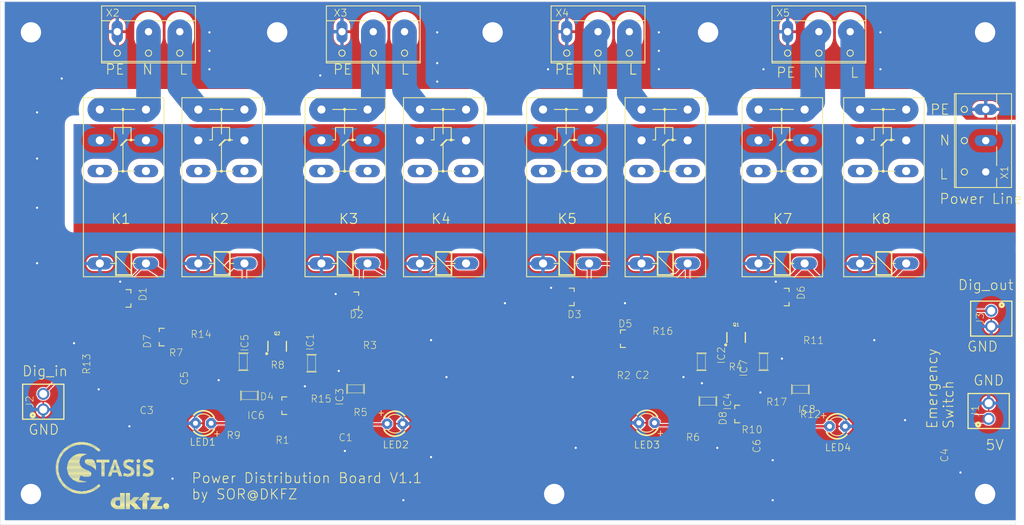
<source format=kicad_pcb>
(kicad_pcb (version 20240108) (generator "pcbnew") (generator_version "8.0")
  (layers (0 "F.Cu" signal) (31 "B.Cu" signal) (34 "B.Paste" user) (35 "F.Paste" user) (36 "B.SilkS" user "B.Silkscreen") (37 "F.SilkS" user "F.Silkscreen") (38 "B.Mask" user) (39 "F.Mask" user) (44 "Edge.Cuts" user))
  (net 0 "")
  (net 1 "GND")
  (net 2 "VCC")
  (net 3 "L")
  (net 4 "N")
  (net 5 "N$1")
  (net 6 "N$2")
  (net 7 "N$3")
  (net 8 "N$4")
  (net 9 "N$5")
  (net 10 "N$6")
  (net 11 "VDELAY1")
  (net 12 "VDELAY2")
  (net 13 "N$7")
  (net 14 "N$9")
  (net 15 "N$10")
  (net 16 "N$8")
  (net 17 "N$11")
  (net 18 "N$12")
  (net 19 "N$13")
  (net 20 "N$14")
  (net 21 "N$15")
  (net 22 "N$16")
  (net 23 "VDELAY0")
  (net 24 "VDELAY3")
  (net 25 "N$17")
  (net 26 "N$18")
  (net 27 "N$19")
  (net 28 "N$20")
  (net 29 "N$21")
  (net 30 "N$22")
  (net 31 "N$23")
  (net 32 "N$24")
  (net 33 "DIG_IN")
  (net 34 "N$25")
  (net 35 "N$26")
  (net 36 "N$27")
  (net 37 "N$28")
  (footprint "Power_Distribution_V1.1:SOT23-5_87" (layer "F.Cu") (at 123.7311 125.4236 180)
    (property "Reference" "IC3")
    (property "Value" "74LVC1G14DBV")
  )
  (footprint "Power_Distribution_V1.1:SOT23-5_87" (layer "F.Cu") (at 196.0011 125.5036 180)
    (property "Reference" "IC8")
    (property "Value" "74LVC1G14DBV")
  )
  (footprint "Power_Distribution_V1.1:R0805_334" (layer "F.Cu") (at 197.0011 119.5036)
    (property "Reference" "R11")
    (property "Value" "47k")
  )
  (footprint "Power_Distribution_V1.1:W237-3E_196" (layer "F.Cu") (at 126.6111 68.0336 180)
    (property "Reference" "X3")
    (property "Value" "")
  )
  (footprint "Power_Distribution_V1.1:SOT23_210" (layer "F.Cu") (at 186.0011 129.5036 90)
    (property "Reference" "D8")
    (property "Value" "BAT54")
  )
  (footprint "Power_Distribution_V1.1:W237-3E_196" (layer "F.Cu") (at 163.1211 68.0336 180)
    (property "Reference" "X4")
    (property "Value" "")
  )
  (footprint "Power_Distribution_V1.1:LED3MM_420" (layer "F.Cu") (at 171.0311 130.9336 180)
    (property "Reference" "LED3")
    (property "Value" "")
  )
  (footprint "Power_Distribution_V1.1:R0805_334" (layer "F.Cu") (at 184.9111 123.8036)
    (property "Reference" "R4")
    (property "Value" "47k")
  )
  (footprint "Power_Distribution_V1.1:W237-3E_196" (layer "F.Cu") (at 225.4711 85.0936 90)
    (property "Reference" "X1")
    (property "Value" "")
  )
  (footprint "Power_Distribution_V1.1:G2RE_339" (layer "F.Cu") (at 138.0011 102.5036 90)
    (property "Reference" "K4")
    (property "Value" "G2RE")
  )
  (footprint "Power_Distribution_V1.1:W237-3E_196" (layer "F.Cu") (at 199.0011 68.0336 180)
    (property "Reference" "X5")
    (property "Value" "")
  )
  (footprint "Power_Distribution_V1.1:R0805_334" (layer "F.Cu") (at 167.2211 121.1936)
    (property "Reference" "R2")
    (property "Value" "47k")
  )
  (footprint "Power_Distribution_V1.1:R0805_334" (layer "F.Cu") (at 125.4911 120.3036)
    (property "Reference" "R3")
    (property "Value" "47k")
  )
  (footprint "Power_Distribution_V1.1:SOT23-5_87" (layer "F.Cu") (at 105.5011 121.0036 -90)
    (property "Reference" "IC5")
    (property "Value" "74LVC1G14DBV")
  )
  (footprint "Power_Distribution_V1.1:SOT23-5_87" (layer "F.Cu") (at 106.5011 126.5036 180)
    (property "Reference" "IC6")
    (property "Value" "74LVC1G14DBV")
  )
  (footprint "Power_Distribution_V1.1:SOT23_210" (layer "F.Cu") (at 92.5011 117.0036 90)
    (property "Reference" "D7")
    (property "Value" "BAT54")
  )
  (footprint "Power_Distribution_V1.1:SOT23-5_87" (layer "F.Cu") (at 190.0011 121.0036 90)
    (property "Reference" "IC7")
    (property "Value" "74LVC1G14DBV")
  )
  (footprint "Power_Distribution_V1.1:SOT23_210" (layer "F.Cu") (at 86.5811 110.7236 -90)
    (property "Reference" "D1")
    (property "Value" "BAT54")
  )
  (footprint "Power_Distribution_V1.1:G2RE_339" (layer "F.Cu") (at 209.5011 102.5036 90)
    (property "Reference" "K8")
    (property "Value" "G2RE")
  )
  (footprint "Power_Distribution_V1.1:SOT23_210" (layer "F.Cu") (at 193.5011 110.5036 -90)
    (property "Reference" "D6")
    (property "Value" "BAT54")
  )
  (footprint "Power_Distribution_V1.1:SOT26_514" (layer "F.Cu") (at 111.0011 118.5036)
    (property "Reference" "Q2")
    (property "Value" "2A/20V/150mΩ")
  )
  (footprint "Power_Distribution_V1.1:G2RE_339" (layer "F.Cu") (at 102.0011 102.5036 90)
    (property "Reference" "K2")
    (property "Value" "G2RE")
  )
  (footprint "Power_Distribution_V1.1:C1210_334" (layer "F.Cu") (at 191.5011 134.0036 90)
    (property "Reference" "C6")
    (property "Value" "100µF")
  )
  (footprint "Power_Distribution_V1.1:R0805_334" (layer "F.Cu") (at 179.1211 131.3136 180)
    (property "Reference" "R6")
    (property "Value" "180")
  )
  (footprint "Power_Distribution_V1.1:SOT23-5_87" (layer "F.Cu") (at 116.5811 121.2536 90)
    (property "Reference" "IC1")
    (property "Value" "74LVC1G14DBV")
  )
  (footprint "Power_Distribution_V1.1:G2RE_339" (layer "F.Cu") (at 158.0011 102.5036 90)
    (property "Reference" "K5")
    (property "Value" "G2RE")
  )
  (footprint "Power_Distribution_V1.1:LED3MM_420" (layer "F.Cu") (at 130.1311 131.0736)
    (property "Reference" "LED2")
    (property "Value" "")
  )
  (footprint "Power_Distribution_V1.1:LOGO_STASIS" (layer "F.Cu") (at 84.0011 138.5036)
    (property "Reference" "U$1" (hide yes))
    (property "Value" "" (hide yes))
  )
  (footprint "Power_Distribution_V1.1:R0805_334" (layer "F.Cu") (at 94.0011 121.5036)
    (property "Reference" "R7")
    (property "Value" "47k")
  )
  (footprint "Power_Distribution_V1.1:691210910002_16280519" (layer "F.Cu") (at 73.0011 127.5036 90)
    (property "Reference" "J2")
    (property "Value" "DIG_IN")
  )
  (footprint "Power_Distribution_V1.1:R0805_334" (layer "F.Cu") (at 196.5011 131.5036)
    (property "Reference" "R12")
    (property "Value" "180")
  )
  (footprint "Power_Distribution_V1.1:C1210_334" (layer "F.Cu") (at 98.5011 123.0036 90)
    (property "Reference" "C5")
    (property "Value" "100µF")
  )
  (footprint "Power_Distribution_V1.1:SOT23_210" (layer "F.Cu") (at 167.4211 117.2636 90)
    (property "Reference" "D5")
    (property "Value" "BAT54")
  )
  (footprint "Power_Distribution_V1.1:R0805_334" (layer "F.Cu") (at 82.0011 122.5036 90)
    (property "Reference" "R13")
    (property "Value" "47k")
  )
  (footprint "Power_Distribution_V1.1:C1210_334" (layer "F.Cu") (at 173.4211 122.6136 90)
    (property "Reference" "C2")
    (property "Value" "100µF")
  )
  (footprint "Power_Distribution_V1.1:R0805_334" (layer "F.Cu") (at 172.5011 118.0036)
    (property "Reference" "R16")
    (property "Value" "470")
  )
  (footprint "Power_Distribution_V1.1:SOT23-5_87" (layer "F.Cu") (at 179.9211 121.0136 -90)
    (property "Reference" "IC2")
    (property "Value" "74LVC1G14DBV")
  )
  (footprint "Power_Distribution_V1.1:SOT23-5_87" (layer "F.Cu") (at 180.9711 127.4236 180)
    (property "Reference" "IC4")
    (property "Value" "74LVC1G14DBV")
  )
  (footprint "Power_Distribution_V1.1:C1210_334" (layer "F.Cu") (at 222.0011 135.5036 90)
    (property "Reference" "C4")
    (property "Value" "100µF")
  )
  (footprint "Power_Distribution_V1.1:W237-3E_196" (layer "F.Cu") (at 90.1011 68.0336 180)
    (property "Reference" "X2")
    (property "Value" "")
  )
  (footprint "Power_Distribution_V1.1:LOGO_DKFZ" (layer "F.Cu") (at 84.0011 145.0036)
    (property "Reference" "U$2" (hide yes))
    (property "Value" "" (hide yes))
  )
  (footprint "Power_Distribution_V1.1:R0805_334" (layer "F.Cu") (at 112.3011 131.6936)
    (property "Reference" "R1")
    (property "Value" "47k")
  )
  (footprint "Power_Distribution_V1.1:C1210_334" (layer "F.Cu") (at 90.5011 131.5036)
    (property "Reference" "C3")
    (property "Value" "1µF")
  )
  (footprint "Power_Distribution_V1.1:R0805_334" (layer "F.Cu") (at 117.0011 129.0036)
    (property "Reference" "R15")
    (property "Value" "470")
  )
  (footprint "Power_Distribution_V1.1:R0805_334" (layer "F.Cu") (at 104.5011 131.0036 180)
    (property "Reference" "R9")
    (property "Value" "180")
  )
  (footprint "Power_Distribution_V1.1:691210910002_16280519" (layer "F.Cu") (at 227.0011 114.0036 -90)
    (property "Reference" "J3")
    (property "Value" "DIG_IN")
  )
  (footprint "Power_Distribution_V1.1:LED3MM_420" (layer "F.Cu") (at 99.0011 131.0036 180)
    (property "Reference" "LED1")
    (property "Value" "")
  )
  (footprint "Power_Distribution_V1.1:G2RE_339" (layer "F.Cu") (at 122.0011 102.5036 90)
    (property "Reference" "K3")
    (property "Value" "G2RE")
  )
  (footprint "Power_Distribution_V1.1:691210910002_16280519" (layer "F.Cu") (at 226.5811 129.0136 90)
    (property "Reference" "J1")
    (property "Value" "5V_IN")
  )
  (footprint "Power_Distribution_V1.1:LED3MM_420" (layer "F.Cu") (at 202.0011 131.5036)
    (property "Reference" "LED4")
    (property "Value" "")
  )
  (footprint "Power_Distribution_V1.1:R0805_334" (layer "F.Cu") (at 191.0011 129.5036)
    (property "Reference" "R17")
    (property "Value" "470")
  )
  (footprint "Power_Distribution_V1.1:R0805_334" (layer "F.Cu") (at 110.5011 123.5036)
    (property "Reference" "R8")
    (property "Value" "47k")
  )
  (footprint "Power_Distribution_V1.1:SOT26_514" (layer "F.Cu") (at 185.5611 117.0736)
    (property "Reference" "Q1")
    (property "Value" "2A/20V/150mΩ")
  )
  (footprint "Power_Distribution_V1.1:SOT23_210" (layer "F.Cu") (at 123.5811 111.1036 -90)
    (property "Reference" "D2")
    (property "Value" "BAT54")
  )
  (footprint "Power_Distribution_V1.1:SOT23_210" (layer "F.Cu") (at 112.4211 128.1436 90)
    (property "Reference" "D4")
    (property "Value" "BAT54")
  )
  (footprint "Power_Distribution_V1.1:G2RE_339" (layer "F.Cu") (at 86.0011 102.5036 90)
    (property "Reference" "K1")
    (property "Value" "G2RE")
  )
  (footprint "Power_Distribution_V1.1:R0805_334" (layer "F.Cu") (at 187.0011 134.0036)
    (property "Reference" "R10")
    (property "Value" "47k")
  )
  (footprint "Power_Distribution_V1.1:R0805_334" (layer "F.Cu") (at 123.9611 131.1936)
    (property "Reference" "R5")
    (property "Value" "180")
  )
  (footprint "Power_Distribution_V1.1:R0805_334" (layer "F.Cu") (at 97.5011 118.5036)
    (property "Reference" "R14")
    (property "Value" "470")
  )
  (footprint "Power_Distribution_V1.1:G2RE_339" (layer "F.Cu") (at 193.0011 102.5036 90)
    (property "Reference" "K7")
    (property "Value" "G2RE")
  )
  (footprint "Power_Distribution_V1.1:C1210_334" (layer "F.Cu") (at 118.9211 134.1936 90)
    (property "Reference" "C1")
    (property "Value" "100µF")
  )
  (footprint "Power_Distribution_V1.1:G2RE_339" (layer "F.Cu") (at 174.0011 102.5036 90)
    (property "Reference" "K6")
    (property "Value" "G2RE")
  )
  (footprint "Power_Distribution_V1.1:SOT23_210" (layer "F.Cu") (at 158.5811 110.4836 -90)
    (property "Reference" "D3")
    (property "Value" "BAT54")
  )
  (gr_line (start 231.0011 147.5036) (end 231.0011 62.5036) (stroke (width 0.05)) (layer "Edge.Cuts"))
  (gr_line (start 66.0011 147.5036) (end 231.0011 147.5036) (stroke (width 0.05)) (layer "Edge.Cuts"))
  (gr_line (start 66.0011 62.5036) (end 66.0011 147.5036) (stroke (width 0.05)) (layer "Edge.Cuts"))
  (gr_line (start 231.0011 62.5036) (end 66.0011 62.5036) (stroke (width 0.05)) (layer "Edge.Cuts"))
  (gr_text "PE" (at 120.0011 74.5036 0) (layer "F.SilkS") (effects (font (size 1.63576 1.63576) (thickness 0.14224)) (justify left bottom)))
  (gr_text "L" (at 168.0011 74.5036 0) (layer "F.SilkS") (effects (font (size 1.63576 1.63576) (thickness 0.14224)) (justify left bottom)))
  (gr_text "GND" (at 223.0011 119.5036 0) (layer "F.SilkS") (effects (font (size 1.63576 1.63576) (thickness 0.14224)) (justify left bottom)))
  (gr_text "L" (at 131.0011 74.5036 0) (layer "F.SilkS") (effects (font (size 1.63576 1.63576) (thickness 0.14224)) (justify left bottom)))
  (gr_text "PE" (at 156.0011 74.5036 0) (layer "F.SilkS") (effects (font (size 1.63576 1.63576) (thickness 0.14224)) (justify left bottom)))
  (gr_text "N" (at 126.0011 74.5036 0) (layer "F.SilkS") (effects (font (size 1.63576 1.63576) (thickness 0.14224)) (justify left bottom)))
  (gr_text "N" (at 198.0011 75.0036 0) (layer "F.SilkS") (effects (font (size 1.63576 1.63576) (thickness 0.14224)) (justify left bottom)))
  (gr_text "PE" (at 83.0011 74.5036 0) (layer "F.SilkS") (effects (font (size 1.63576 1.63576) (thickness 0.14224)) (justify left bottom)))
  (gr_text "GND" (at 224.0011 125.0036 0) (layer "F.SilkS") (effects (font (size 1.63576 1.63576) (thickness 0.14224)) (justify left bottom)))
  (gr_text "PE" (at 192.0011 75.0036 0) (layer "F.SilkS") (effects (font (size 1.63576 1.63576) (thickness 0.14224)) (justify left bottom)))
  (gr_text "Power Distribution Board V1.1\nby SOR@DKFZ" (at 97.0011 143.5036 0) (layer "F.SilkS") (effects (font (size 1.63576 1.63576) (thickness 0.14224)) (justify left bottom)))
  (gr_text "L" (at 168.0011 74.5036 0) (layer "F.SilkS") (effects (font (size 1.63576 1.63576) (thickness 0.14224)) (justify left bottom)))
  (gr_text "L" (at 204.0011 75.0036 0) (layer "F.SilkS") (effects (font (size 1.63576 1.63576) (thickness 0.14224)) (justify left bottom)))
  (gr_text "N" (at 218.5011 86.0036 0) (layer "F.SilkS") (effects (font (size 1.63576 1.63576) (thickness 0.14224)) (justify left bottom)))
  (gr_text "N" (at 89.0011 74.5036 0) (layer "F.SilkS") (effects (font (size 1.63576 1.63576) (thickness 0.14224)) (justify left bottom)))
  (gr_text "5V" (at 226.0011 135.5036 0) (layer "F.SilkS") (effects (font (size 1.63576 1.63576) (thickness 0.14224)) (justify left bottom)))
  (gr_text "L" (at 218.5011 91.5036 0) (layer "F.SilkS") (effects (font (size 1.63576 1.63576) (thickness 0.14224)) (justify left bottom)))
  (gr_text "GND" (at 70.5011 133.0036 0) (layer "F.SilkS") (effects (font (size 1.63576 1.63576) (thickness 0.14224)) (justify left bottom)))
  (gr_text "Emergency \nSwitch" (at 221.0011 132.0036 90) (layer "F.SilkS") (effects (font (size 1.63576 1.63576) (thickness 0.14224)) (justify left bottom)))
  (gr_text "Dig_in" (at 69.5011 123.5036 0) (layer "F.SilkS") (effects (font (size 1.63576 1.63576) (thickness 0.14224)) (justify left bottom)))
  (gr_text "N" (at 162.0011 74.5036 0) (layer "F.SilkS") (effects (font (size 1.63576 1.63576) (thickness 0.14224)) (justify left bottom)))
  (gr_text "L" (at 95.0011 74.5036 0) (layer "F.SilkS") (effects (font (size 1.63576 1.63576) (thickness 0.14224)) (justify left bottom)))
  (gr_text "Dig_out" (at 221.5011 109.5036 0) (layer "F.SilkS") (effects (font (size 1.63576 1.63576) (thickness 0.14224)) (justify left bottom)))
  (gr_text "PE" (at 217.0011 81.0036 0) (layer "F.SilkS") (effects (font (size 1.63576 1.63576) (thickness 0.14224)) (justify left bottom)))
  (gr_text "Power Line" (at 218.5011 95.5036 0) (layer "F.SilkS") (effects (font (size 1.63576 1.63576) (thickness 0.14224)) (justify left bottom)))
  (via (at 137.0011 72.5036) (size 0.7564) (drill 0.35) (layers "F.Cu" "B.Cu") (net 1))
  (via (at 138.5011 123.5036) (size 0.7564) (drill 0.35) (layers "F.Cu" "B.Cu") (net 1))
  (via (at 82.0011 125.5036) (size 0.7564) (drill 0.35) (layers "F.Cu" "B.Cu") (net 1))
  (via (at 76.0011 75.0036) (size 0.7564) (drill 0.35) (layers "F.Cu" "B.Cu") (net 1))
  (via (at 190.0011 73.5036) (size 0.7564) (drill 0.35) (layers "F.Cu" "B.Cu") (net 1))
  (via (at 182.5011 135.0036) (size 0.7564) (drill 0.35) (layers "F.Cu" "B.Cu") (net 1))
  (via (at 78.0011 118.0036) (size 0.7564) (drill 0.35) (layers "F.Cu" "B.Cu") (net 1))
  (via (at 193.0011 120.5036) (size 0.7564) (drill 0.35) (layers "F.Cu" "B.Cu") (net 1))
  (via (at 100.0011 70.5036) (size 0.7564) (drill 0.35) (layers "F.Cu" "B.Cu") (net 1))
  (via (at 209.0011 73.5036) (size 0.7564) (drill 0.35) (layers "F.Cu" "B.Cu") (net 1))
  (via (at 177.0011 123.5036) (size 0.7564) (drill 0.35) (layers "F.Cu" "B.Cu") (net 1))
  (via (at 146.0011 67.5036) (size 3.7064) (drill 3.3) (layers "F.Cu" "B.Cu") (net 1))
  (via (at 213.0011 130.5036) (size 0.7564) (drill 0.35) (layers "F.Cu" "B.Cu") (net 1))
  (via (at 115.5011 125.0036) (size 0.7564) (drill 0.35) (layers "F.Cu" "B.Cu") (net 1))
  (via (at 122.0011 135.5036) (size 0.7564) (drill 0.35) (layers "F.Cu" "B.Cu") (net 1))
  (via (at 155.0011 73.5036) (size 0.7564) (drill 0.35) (layers "F.Cu" "B.Cu") (net 1))
  (via (at 87.0011 131.5036) (size 0.7564) (drill 0.35) (layers "F.Cu" "B.Cu") (net 1))
  (via (at 226.0011 142.5036) (size 3.7064) (drill 3.3) (layers "F.Cu" "B.Cu") (net 1))
  (via (at 155.5011 109.0036) (size 0.7564) (drill 0.35) (layers "F.Cu" "B.Cu") (net 1))
  (via (at 121.0011 122.5036) (size 0.7564) (drill 0.35) (layers "F.Cu" "B.Cu") (net 1))
  (via (at 222.0011 139.0036) (size 0.7564) (drill 0.35) (layers "F.Cu" "B.Cu") (net 1))
  (via (at 94.0011 140.0036) (size 0.7564) (drill 0.35) (layers "F.Cu" "B.Cu") (net 1))
  (via (at 72.0011 105.0036) (size 0.7564) (drill 0.35) (layers "F.Cu" "B.Cu") (net 1))
  (via (at 189.5011 126.0036) (size 0.7564) (drill 0.35) (layers "F.Cu" "B.Cu") (net 1))
  (via (at 181.0011 67.5036) (size 3.7064) (drill 3.3) (layers "F.Cu" "B.Cu") (net 1))
  (via (at 137.0011 75.5036) (size 0.7564) (drill 0.35) (layers "F.Cu" "B.Cu") (net 1))
  (via (at 118.0011 74.5036) (size 0.7564) (drill 0.35) (layers "F.Cu" "B.Cu") (net 1))
  (via (at 148.0011 111.5036) (size 0.7564) (drill 0.35) (layers "F.Cu" "B.Cu") (net 1))
  (via (at 173.0011 73.5036) (size 0.7564) (drill 0.35) (layers "F.Cu" "B.Cu") (net 1))
  (via (at 159.5011 135.0036) (size 0.7564) (drill 0.35) (layers "F.Cu" "B.Cu") (net 1))
  (via (at 180.0011 124.5036) (size 0.7564) (drill 0.35) (layers "F.Cu" "B.Cu") (net 1))
  (via (at 71.0011 67.5036) (size 3.7064) (drill 3.3) (layers "F.Cu" "B.Cu") (net 1))
  (via (at 72.0011 80.5036) (size 0.7564) (drill 0.35) (layers "F.Cu" "B.Cu") (net 1))
  (via (at 209.0011 67.5036) (size 0.7564) (drill 0.35) (layers "F.Cu" "B.Cu") (net 1))
  (via (at 159.0011 123.5036) (size 0.7564) (drill 0.35) (layers "F.Cu" "B.Cu") (net 1))
  (via (at 173.0011 70.5036) (size 0.7564) (drill 0.35) (layers "F.Cu" "B.Cu") (net 1))
  (via (at 101.5011 124.0036) (size 0.7564) (drill 0.35) (layers "F.Cu" "B.Cu") (net 1))
  (via (at 85.5011 108.0036) (size 0.7564) (drill 0.35) (layers "F.Cu" "B.Cu") (net 1))
  (via (at 137.0011 67.5036) (size 0.7564) (drill 0.35) (layers "F.Cu" "B.Cu") (net 1))
  (via (at 136.0011 136.5036) (size 0.7564) (drill 0.35) (layers "F.Cu" "B.Cu") (net 1))
  (via (at 192.0011 108.0036) (size 0.7564) (drill 0.35) (layers "F.Cu" "B.Cu") (net 1))
  (via (at 72.0011 88.0036) (size 0.7564) (drill 0.35) (layers "F.Cu" "B.Cu") (net 1))
  (via (at 111.0011 67.5036) (size 3.7064) (drill 3.3) (layers "F.Cu" "B.Cu") (net 1))
  (via (at 191.5011 143.5036) (size 0.7564) (drill 0.35) (layers "F.Cu" "B.Cu") (net 1))
  (via (at 72.0011 96.0036) (size 0.7564) (drill 0.35) (layers "F.Cu" "B.Cu") (net 1))
  (via (at 71.0011 142.5036) (size 3.7064) (drill 3.3) (layers "F.Cu" "B.Cu") (net 1))
  (via (at 100.0011 73.5036) (size 0.7564) (drill 0.35) (layers "F.Cu" "B.Cu") (net 1))
  (via (at 136.0011 117.5036) (size 0.7564) (drill 0.35) (layers "F.Cu" "B.Cu") (net 1))
  (via (at 191.5011 137.0036) (size 0.7564) (drill 0.35) (layers "F.Cu" "B.Cu") (net 1))
  (via (at 167.5011 111.5036) (size 0.7564) (drill 0.35) (layers "F.Cu" "B.Cu") (net 1))
  (via (at 173.0011 67.5036) (size 0.7564) (drill 0.35) (layers "F.Cu" "B.Cu") (net 1))
  (via (at 100.0011 67.5036) (size 0.7564) (drill 0.35) (layers "F.Cu" "B.Cu") (net 1))
  (via (at 208.0011 117.5036) (size 0.7564) (drill 0.35) (layers "F.Cu" "B.Cu") (net 1))
  (via (at 120.5011 110.0036) (size 0.7564) (drill 0.35) (layers "F.Cu" "B.Cu") (net 1))
  (via (at 131.5011 143.5036) (size 0.7564) (drill 0.35) (layers "F.Cu" "B.Cu") (net 1))
  (via (at 156.0011 142.5036) (size 3.7064) (drill 3.3) (layers "F.Cu" "B.Cu") (net 1))
  (via (at 226.0011 67.5036) (size 3.7064) (drill 3.3) (layers "F.Cu" "B.Cu") (net 1))
  (segment (start 126.4411 120.3036) (end 126.4411 124.9636) (width 0.508) (layer "F.Cu") (net 2))
  (segment (start 185.8611 124.7836) (end 185.8611 123.8036) (width 0.4064) (layer "F.Cu") (net 2))
  (segment (start 107.0011 126.5036) (end 110.0011 126.5036) (width 0.508) (layer "F.Cu") (net 2))
  (segment (start 111.0011 119.7036) (end 111.0011 117.3036) (width 0.508) (layer "F.Cu") (net 2))
  (segment (start 99.5011 138.5036) (end 123.5011 138.5036) (width 1.27) (layer "F.Cu") (net 2))
  (segment (start 168.5011 126.5036) (end 166.5011 128.5036) (width 1.016) (layer "F.Cu") (net 2))
  (segment (start 181.9211 128.7236) (end 185.8611 124.7836) (width 0.4064) (layer "F.Cu") (net 2))
  (segment (start 181.2211 119.2836) (end 183.5011 117.0036) (width 0.4064) (layer "F.Cu") (net 2))
  (segment (start 181.9211 128.7236) (end 180.7011 127.5036) (width 0.4064) (layer "F.Cu") (net 2))
  (segment (start 104.0011 124.0036) (end 105.5011 122.5036) (width 0.4064) (layer "F.Cu") (net 2))
  (segment (start 195.6511 125.5036) (end 193.5011 125.5036) (width 0.508) (layer "F.Cu") (net 2))
  (segment (start 111.2697 119.9722) (end 111.2697 120.271938) (width 0.508) (layer "F.Cu") (net 2))
  (segment (start 94.5011 129.5036) (end 94.5011 131.5036) (width 1.016) (layer "F.Cu") (net 2))
  (segment (start 111.2697 120.271938) (end 111.4511 120.453338) (width 0.508) (layer "F.Cu") (net 2))
  (segment (start 96.5011 127.5036) (end 94.5011 129.5036) (width 0.6096) (layer "F.Cu") (net 2))
  (segment (start 178.0011 127.5036) (end 178.0011 126.5036) (width 0.4064) (layer "F.Cu") (net 2))
  (segment (start 105.5011 122.5036) (end 105.5011 120.5036) (width 0.4064) (layer "F.Cu") (net 2))
  (segment (start 180.4411 120.0636) (end 181.2211 120.0636) (width 0.4064) (layer "F.Cu") (net 2))
  (segment (start 185.5611 117.0036) (end 185.5611 115.8736) (width 0.4064) (layer "F.Cu") (net 2))
  (segment (start 185.5611 118.8136) (end 185.5611 118.2736) (width 0.4064) (layer "F.Cu") (net 2))
  (segment (start 120.5011 131.0036) (end 123.5011 134.0036) (width 0.508) (layer "F.Cu") (net 2))
  (segment (start 94.5011 131.5036) (end 94.5011 133.5036) (width 1.016) (layer "F.Cu") (net 2))
  (segment (start 180.0011 123.0036) (end 180.0011 120.5036) (width 0.4064) (layer "F.Cu") (net 2))
  (segment (start 178.0011 126.5036) (end 178.0011 124.5036) (width 0.4064) (layer "F.Cu") (net 2))
  (segment (start 214.5011 135.5036) (end 211.5011 138.5036) (width 1.27) (layer "F.Cu") (net 2))
  (segment (start 197.2011 126.8036) (end 196.9511 126.8036) (width 0.508) (layer "F.Cu") (net 2))
  (segment (start 104.5011 126.5036) (end 104.0011 126.0036) (width 0.4064) (layer "F.Cu") (net 2))
  (segment (start 183.5011 117.0036) (end 185.5611 117.0036) (width 0.4064) (layer "F.Cu") (net 2))
  (segment (start 186.8511 123.8036) (end 185.8611 123.8036) (width 0.4064) (layer "F.Cu") (net 2))
  (segment (start 180.7011 127.5036) (end 178.0011 127.5036) (width 0.4064) (layer "F.Cu") (net 2))
  (segment (start 211.5011 138.5036) (end 193.5011 138.5036) (width 1.27) (layer "F.Cu") (net 2))
  (segment (start 110.0011 126.5036) (end 111.5011 125.0036) (width 0.508) (layer "F.Cu") (net 2))
  (segment (start 123.5011 137.0036) (end 123.5011 134.0036) (width 0.508) (layer "F.Cu") (net 2))
  (segment (start 180.0011 120.5036) (end 180.4411 120.0636) (width 0.4064) (layer "F.Cu") (net 2))
  (segment (start 120.5011 125.5036) (end 120.5011 131.0036) (width 0.508) (layer "F.Cu") (net 2))
  (segment (start 107.0011 127.3536) (end 107.0011 126.5036) (width 0.4064) (layer "F.Cu") (net 2))
  (segment (start 91.9011 131.5036) (end 94.5011 131.5036) (width 1.27) (layer "F.Cu") (net 2))
  (segment (start 214.4211 135.5036) (end 214.5011 135.5036) (width 0.4064) (layer "F.Cu") (net 2))
  (segment (start 123.5011 138.5036) (end 123.5011 137.0036) (width 0.6096) (layer "F.Cu") (net 2))
  (segment (start 179.5011 123.0036) (end 180.0011 123.0036) (width 0.4064) (layer "F.Cu") (net 2))
  (segment (start 226.5811 130.2836) (end 222.0011 130.2836) (width 1.27) (layer "F.Cu") (net 2))
  (segment (start 99.5011 127.5036) (end 96.5011 127.5036) (width 0.6096) (layer "F.Cu") (net 2))
  (segment (start 112.7511 122.2036) (end 111.4511 123.5036) (width 0.508) (layer "F.Cu") (net 2))
  (segment (start 199.0011 120.5536) (end 199.0011 125.0036) (width 0.508) (layer "F.Cu") (net 2))
  (segment (start 222.0011 134.1036) (end 222.0011 130.2836) (width 1.016) (layer "F.Cu") (net 2))
  (segment (start 104.5011 126.5036) (end 107.0011 126.5036) (width 0.4064) (layer "F.Cu") (net 2))
  (segment (start 105.5011 120.5036) (end 105.9511 120.0536) (width 0.4064) (layer "F.Cu") (net 2))
  (segment (start 115.2811 122.2036) (end 112.7511 122.2036) (width 0.508) (layer "F.Cu") (net 2))
  (segment (start 188.7011 121.9536) (end 186.8511 123.8036) (width 0.4064) (layer "F.Cu") (net 2))
  (segment (start 185.5611 118.2736) (end 185.5611 117.0036) (width 0.4064) (layer "F.Cu") (net 2))
  (segment (start 111.0011 119.7036) (end 111.2697 119.9722) (width 0.508) (layer "F.Cu") (net 2))
  (segment (start 188.7011 121.9536) (end 185.5611 118.8136) (width 0.4064) (layer "F.Cu") (net 2))
  (segment (start 214.5011 135.5036) (end 219.7211 130.2836) (width 1.27) (layer "F.Cu") (net 2))
  (segment (start 107.4511 127.8036) (end 107.0011 127.3536) (width 0.4064) (layer "F.Cu") (net 2))
  (segment (start 178.0011 124.5036) (end 179.5011 123.0036) (width 0.4064) (layer "F.Cu") (net 2))
  (segment (start 111.5011 123.5536) (end 111.4511 123.5036) (width 0.508) (layer "F.Cu") (net 2))
  (segment (start 181.2211 120.0636) (end 181.2211 119.2836) (width 0.4064) (layer "F.Cu") (net 2))
  (segment (start 94.5011 133.5036) (end 99.5011 138.5036) (width 1.016) (layer "F.Cu") (net 2))
  (segment (start 126.4411 124.9636) (end 124.6811 126.7236) (width 0.508) (layer "F.Cu") (net 2))
  (segment (start 166.5011 138.5036) (end 123.5011 138.5036) (width 1.27) (layer "F.Cu") (net 2))
  (segment (start 104.0011 126.0036) (end 104.0011 124.0036) (width 0.4064) (layer "F.Cu") (net 2))
  (segment (start 111.4511 120.453338) (end 111.4511 123.5036) (width 0.508) (layer "F.Cu") (net 2))
  (segment (start 105.9511 120.0536) (end 106.8011 120.0536) (width 0.4064) (layer "F.Cu") (net 2))
  (segment (start 178.0011 126.5036) (end 168.5011 126.5036) (width 1.016) (layer "F.Cu") (net 2))
  (segment (start 104.0011 126.0036) (end 101.0011 126.0036) (width 0.6096) (layer "F.Cu") (net 2))
  (segment (start 193.5011 125.5036) (end 193.5011 138.5036) (width 0.508) (layer "F.Cu") (net 2))
  (segment (start 222.0011 130.2836) (end 219.7211 130.2836) (width 1.27) (layer "F.Cu") (net 2))
  (segment (start 197.9511 119.5036) (end 199.0011 120.5536) (width 0.508) (layer "F.Cu") (net 2))
  (segment (start 111.5011 125.0036) (end 111.5011 123.5536) (width 0.508) (layer "F.Cu") (net 2))
  (segment (start 196.9511 126.8036) (end 195.6511 125.5036) (width 0.508) (layer "F.Cu") (net 2))
  (segment (start 101.0011 126.0036) (end 99.5011 127.5036) (width 0.6096) (layer "F.Cu") (net 2))
  (segment (start 123.4611 125.5036) (end 120.5011 125.5036) (width 0.508) (layer "F.Cu") (net 2))
  (segment (start 124.6811 126.7236) (end 123.4611 125.5036) (width 0.508) (layer "F.Cu") (net 2))
  (segment (start 199.0011 125.0036) (end 197.2011 126.8036) (width 0.508) (layer "F.Cu") (net 2))
  (segment (start 193.5011 138.5036) (end 166.5011 138.5036) (width 1.27) (layer "F.Cu") (net 2))
  (segment (start 166.5011 128.5036) (end 166.5011 138.5036) (width 1.016) (layer "F.Cu") (net 2))
  (segment (start 89.6841 80.05) (end 90.1011 79.633) (width 4) (layer "B.Cu") (net 5))
  (segment (start 90.1011 67.3986) (end 90.1011 79.633) (width 4) (layer "B.Cu") (net 5))
  (segment (start 82.1911 80.05) (end 89.6841 80.05) (width 4) (layer "B.Cu") (net 5))
  (segment (start 95.1811 76.32) (end 95.1811 67.3986) (width 4) (layer "B.Cu") (net 6))
  (segment (start 98.1911 80.05) (end 95.1811 76.32) (width 4) (layer "B.Cu") (net 6))
  (segment (start 105.6841 80.05) (end 98.1911 80.05) (width 4) (layer "B.Cu") (net 6))
  (segment (start 118.1911 80.05) (end 125.6841 80.05) (width 4) (layer "B.Cu") (net 7))
  (segment (start 125.6841 80.05) (end 126.6111 79.123) (width 4) (layer "B.Cu") (net 7))
  (segment (start 126.6111 67.3986) (end 126.6111 79.123) (width 4) (layer "B.Cu") (net 7))
  (segment (start 131.6911 76.8) (end 131.6911 67.3986) (width 4) (layer "B.Cu") (net 8))
  (segment (start 134.1911 80.05) (end 131.6911 76.8) (width 4) (layer "B.Cu") (net 8))
  (segment (start 141.6841 80.05) (end 134.1911 80.05) (width 4) (layer "B.Cu") (net 8))
  (segment (start 161.6841 80.05) (end 162.6211 79.113) (width 4) (layer "B.Cu") (net 9))
  (segment (start 154.1911 80.05) (end 161.6841 80.05) (width 4) (layer "B.Cu") (net 9))
  (segment (start 163.1211 67.3986) (end 162.6211 67.8986) (width 4) (layer "B.Cu") (net 9))
  (segment (start 162.6211 67.8986) (end 162.6211 79.113) (width 4) (layer "B.Cu") (net 9))
  (segment (start 177.6841 80.05) (end 170.1911 80.05) (width 4) (layer "B.Cu") (net 10))
  (segment (start 170.1911 80.05) (end 168.2011 77.28) (width 4) (layer "B.Cu") (net 10))
  (segment (start 168.2011 77.28) (end 168.2011 67.3986) (width 4) (layer "B.Cu") (net 10))
  (segment (start 141.6841 105.0436) (end 143.1111 105.7206) (width 0.508) (layer "F.Cu") (net 11))
  (segment (start 125.6841 105.0436) (end 124.6811 106.0966) (width 0.508) (layer "F.Cu") (net 11))
  (segment (start 115.2511 114.0036) (end 124.5011 114.0036) (width 0.6096) (layer "F.Cu") (net 11))
  (segment (start 111.9511 117.3036) (end 115.2511 114.0036) (width 0.6096) (layer "F.Cu") (net 11))
  (segment (start 135.670362 107.1006) (end 129.239578 107.1006) (width 0.508) (layer "F.Cu") (net 11))
  (segment (start 141.6841 105.0436) (end 137.580578 105.0436) (width 0.508) (layer "F.Cu") (net 11))
  (segment (start 124.6811 106.0966) (end 124.6811 111.1036) (width 0.508) (layer "F.Cu") (net 11))
  (segment (start 129.239578 107.1006) (end 125.6841 105.0436) (width 0.508) (layer "F.Cu") (net 11))
  (segment (start 124.5011 114.0036) (end 124.6811 113.8236) (width 0.6096) (layer "F.Cu") (net 11))
  (segment (start 137.580578 105.0436) (end 137.567362 105.2036) (width 0.508) (layer "F.Cu") (net 11))
  (segment (start 137.567362 105.2036) (end 135.670362 107.1006) (width 0.508) (layer "F.Cu") (net 11))
  (segment (start 124.6811 113.8236) (end 124.6811 111.1036) (width 0.6096) (layer "F.Cu") (net 11))
  (segment (start 184.6111 115.8736) (end 177.6841 108.9466) (width 0.6096) (layer "F.Cu") (net 12))
  (segment (start 160.0011 110.8036) (end 159.6811 110.4836) (width 0.508) (layer "F.Cu") (net 12))
  (segment (start 161.6241 108.0406) (end 159.6811 109.9836) (width 0.508) (layer "F.Cu") (net 12))
  (segment (start 161.6841 105.0436) (end 165.166687 105.0436) (width 0.508) (layer "F.Cu") (net 12))
  (segment (start 165.1811 105.1836) (end 167.0011 107.0036) (width 0.508) (layer "F.Cu") (net 12))
  (segment (start 159.6811 110.4836) (end 159.6811 109.9836) (width 0.508) (layer "F.Cu") (net 12))
  (segment (start 161.6841 108.031791) (end 161.6841 105.0436) (width 0.508) (layer "F.Cu") (net 12))
  (segment (start 161.6841 108.031791) (end 161.6241 108.0406) (width 0.508) (layer "F.Cu") (net 12))
  (segment (start 177.6841 108.9466) (end 177.6841 105.0436) (width 0.6096) (layer "F.Cu") (net 12))
  (segment (start 165.1811 105.1836) (end 165.166687 105.0436) (width 0.508) (layer "F.Cu") (net 12))
  (segment (start 175.858346 107.0036) (end 177.6841 105.0436) (width 0.508) (layer "F.Cu") (net 12))
  (segment (start 167.0011 107.0036) (end 175.858346 107.0036) (width 0.508) (layer "F.Cu") (net 12))
  (segment (start 116.5811 119.0036) (end 120.0011 119.0036) (width 0.4064) (layer "F.Cu") (net 13))
  (segment (start 120.0011 119.0036) (end 121.5011 120.5036) (width 0.4064) (layer "F.Cu") (net 13))
  (segment (start 115.2811 120.3036) (end 116.5811 119.0036) (width 0.4064) (layer "F.Cu") (net 13))
  (segment (start 121.7011 120.3036) (end 121.5011 120.5036) (width 0.4064) (layer "F.Cu") (net 13))
  (segment (start 124.5411 120.3036) (end 121.7011 120.3036) (width 0.4064) (layer "F.Cu") (net 13))
  (segment (start 115.2811 120.3036) (end 112.5511 120.3036) (width 0.4064) (layer "F.Cu") (net 13))
  (segment (start 121.5011 120.5036) (end 123.7311 122.7336) (width 0.4064) (layer "F.Cu") (net 13))
  (segment (start 123.7311 122.7336) (end 123.7311 124.1336) (width 0.4064) (layer "F.Cu") (net 13))
  (segment (start 112.5511 120.3036) (end 111.9511 119.7036) (width 0.4064) (layer "F.Cu") (net 13))
  (segment (start 173.4211 121.2136) (end 173.4211 118.0336) (width 0.4064) (layer "F.Cu") (net 14))
  (segment (start 173.4211 121.2136) (end 168.1911 121.2136) (width 0.4064) (layer "F.Cu") (net 14))
  (segment (start 173.4211 118.0336) (end 173.4511 118.0036) (width 0.4064) (layer "F.Cu") (net 14))
  (segment (start 168.1911 121.2136) (end 168.1711 121.1936) (width 0.4064) (layer "F.Cu") (net 14))
  (segment (start 173.6211 121.0136) (end 173.4211 121.2136) (width 0.4064) (layer "F.Cu") (net 14))
  (segment (start 173.4211 121.2136) (end 173.4311 121.2136) (width 0.2032) (layer "F.Cu") (net 14))
  (segment (start 178.6311 121.0136) (end 173.6211 121.0136) (width 0.4064) (layer "F.Cu") (net 14))
  (segment (start 119.2511 121.2536) (end 117.8711 121.2536) (width 0.4064) (layer "F.Cu") (net 15))
  (segment (start 119.5011 121.5036) (end 119.2511 121.2536) (width 0.4064) (layer "F.Cu") (net 15))
  (segment (start 119.5011 122.5036) (end 119.5011 121.5036) (width 0.4064) (layer "F.Cu") (net 15))
  (segment (start 116.5011 131.5036) (end 117.5011 130.5036) (width 0.4064) (layer "F.Cu") (net 15))
  (segment (start 118.9211 132.7936) (end 118.9211 131.9236) (width 0.4064) (layer "F.Cu") (net 15))
  (segment (start 113.4411 131.5036) (end 116.5011 131.5036) (width 0.4064) (layer "F.Cu") (net 15))
  (segment (start 117.9511 124.0536) (end 119.5011 122.5036) (width 0.4064) (layer "F.Cu") (net 15))
  (segment (start 117.9511 129.0036) (end 117.9511 124.0536) (width 0.4064) (layer "F.Cu") (net 15))
  (segment (start 117.9511 130.0536) (end 117.9511 129.0036) (width 0.4064) (layer "F.Cu") (net 15))
  (segment (start 118.9211 131.9236) (end 117.5011 130.5036) (width 0.4064) (layer "F.Cu") (net 15))
  (segment (start 113.2511 131.6936) (end 113.4411 131.5036) (width 0.4064) (layer "F.Cu") (net 15))
  (segment (start 117.5011 130.5036) (end 117.9511 130.0536) (width 0.4064) (layer "F.Cu") (net 15))
  (segment (start 183.9611 122.9636) (end 183.0011 122.0036) (width 0.4064) (layer "F.Cu") (net 16))
  (segment (start 183.9611 123.8036) (end 183.9611 122.9636) (width 0.4064) (layer "F.Cu") (net 16))
  (segment (start 180.9711 122.2136) (end 181.2211 121.9636) (width 0.4064) (layer "F.Cu") (net 16))
  (segment (start 183.0011 122.0036) (end 181.2611 122.0036) (width 0.4064) (layer "F.Cu") (net 16))
  (segment (start 180.9711 126.1336) (end 180.9711 122.2136) (width 0.4064) (layer "F.Cu") (net 16))
  (segment (start 183.5011 122.0036) (end 183.0011 122.0036) (width 0.4064) (layer "F.Cu") (net 16))
  (segment (start 181.2211 121.9636) (end 181.2611 122.0036) (width 0.4064) (layer "F.Cu") (net 16))
  (segment (start 184.6111 120.8936) (end 184.6111 118.2736) (width 0.4064) (layer "F.Cu") (net 16))
  (segment (start 183.5011 122.0036) (end 184.6111 120.8936) (width 0.4064) (layer "F.Cu") (net 16))
  (segment (start 122.7811 130.9636) (end 122.7811 129.0036) (width 0.4064) (layer "F.Cu") (net 17))
  (segment (start 166.2711 121.1936) (end 133.8111 121.1936) (width 0.4064) (layer "F.Cu") (net 17))
  (segment (start 126.0011 129.0036) (end 122.7811 129.0036) (width 0.4064) (layer "F.Cu") (net 17))
  (segment (start 166.2711 121.1936) (end 166.2711 117.3136) (width 0.4064) (layer "F.Cu") (net 17))
  (segment (start 166.2711 117.3136) (end 166.3211 117.2636) (width 0.4064) (layer "F.Cu") (net 17))
  (segment (start 123.0111 131.1936) (end 122.7811 130.9636) (width 0.4064) (layer "F.Cu") (net 17))
  (segment (start 133.8111 121.1936) (end 126.0011 129.0036) (width 0.4064) (layer "F.Cu") (net 17))
  (segment (start 122.7811 129.0036) (end 122.7811 126.7236) (width 0.4064) (layer "F.Cu") (net 17))
  (segment (start 124.9111 131.1936) (end 128.7411 131.1936) (width 0.4064) (layer "F.Cu") (net 18))
  (segment (start 128.7411 131.1936) (end 128.8611 131.0736) (width 0.4064) (layer "F.Cu") (net 18))
  (segment (start 186.0511 134.0036) (end 184.4011 132.3536) (width 0.4064) (layer "F.Cu") (net 19))
  (segment (start 184.4011 132.3536) (end 184.4011 130.5036) (width 0.4064) (layer "F.Cu") (net 19))
  (segment (start 180.0211 128.7236) (end 180.0211 130.5036) (width 0.4064) (layer "F.Cu") (net 19))
  (segment (start 180.0211 131.2636) (end 180.0711 131.3136) (width 0.4064) (layer "F.Cu") (net 19))
  (segment (start 184.4011 130.5036) (end 183.9011 130.5036) (width 0.4064) (layer "F.Cu") (net 19))
  (segment (start 184.9011 129.5036) (end 183.9011 130.5036) (width 0.4064) (layer "F.Cu") (net 19))
  (segment (start 183.9011 130.5036) (end 180.0211 130.5036) (width 0.4064) (layer "F.Cu") (net 19))
  (segment (start 180.0211 130.5036) (end 180.0211 131.2636) (width 0.4064) (layer "F.Cu") (net 19))
  (segment (start 172.6811 131.3136) (end 172.3011 130.9336) (width 0.4064) (layer "F.Cu") (net 20))
  (segment (start 178.1711 131.3136) (end 172.6811 131.3136) (width 0.4064) (layer "F.Cu") (net 20))
  (segment (start 196.6841 80.05) (end 198.0011 78.733) (width 4) (layer "B.Cu") (net 21))
  (segment (start 189.1911 80.05) (end 196.6841 80.05) (width 4) (layer "B.Cu") (net 21))
  (segment (start 198.0011 68.3986) (end 198.0011 78.733) (width 4) (layer "B.Cu") (net 21))
  (segment (start 198.0011 68.3986) (end 199.0011 67.3986) (width 4) (layer "B.Cu") (net 21))
  (segment (start 204.5011 78.86) (end 204.5011 67.8186) (width 4) (layer "B.Cu") (net 22))
  (segment (start 205.6911 80.05) (end 204.5011 78.86) (width 4) (layer "B.Cu") (net 22))
  (segment (start 204.5011 67.8186) (end 204.0811 67.3986) (width 4) (layer "B.Cu") (net 22))
  (segment (start 213.1841 80.05) (end 205.6911 80.05) (width 4) (layer "B.Cu") (net 22))
  (segment (start 105.6841 112.9366) (end 105.6841 105.0436) (width 0.6096) (layer "F.Cu") (net 23))
  (segment (start 93.376703 107.4816) (end 89.6841 105.0436) (width 1.27) (layer "F.Cu") (net 23))
  (segment (start 87.6811 110.7236) (end 87.6811 107.0666) (width 0.2032) (layer "F.Cu") (net 23))
  (segment (start 101.298175 107.4816) (end 93.376703 107.4816) (width 1.27) (layer "F.Cu") (net 23))
  (segment (start 103.903931 104.875844) (end 101.298175 107.4816) (width 1.27) (layer "F.Cu") (net 23))
  (segment (start 105.6841 105.0436) (end 103.903931 104.875844) (width 1.27) (layer "F.Cu") (net 23))
  (segment (start 110.0511 117.3036) (end 105.6841 112.9366) (width 0.6096) (layer "F.Cu") (net 23))
  (segment (start 87.6811 107.0666) (end 89.6841 105.0436) (width 0.2032) (layer "F.Cu") (net 23))
  (segment (start 186.5111 115.8736) (end 191.1311 115.8736) (width 0.6096) (layer "F.Cu") (net 24))
  (segment (start 191.1311 115.8736) (end 194.6011 112.4036) (width 0.6096) (layer "F.Cu") (net 24))
  (segment (start 194.6011 107.1266) (end 196.6841 105.0436) (width 0.6096) (layer "F.Cu") (net 24))
  (segment (start 196.6841 105.0436) (end 199.1841 107.5436) (width 0.6096) (layer "F.Cu") (net 24))
  (segment (start 194.6011 112.4036) (end 194.6011 110.5036) (width 0.6096) (layer "F.Cu") (net 24))
  (segment (start 210.6841 107.5436) (end 199.1841 107.5436) (width 0.6096) (layer "F.Cu") (net 24))
  (segment (start 194.6011 110.5036) (end 194.6011 107.1266) (width 0.6096) (layer "F.Cu") (net 24))
  (segment (start 210.6841 107.5436) (end 213.1841 105.0436) (width 0.6096) (layer "F.Cu") (net 24))
  (segment (start 109.3511 123.5036) (end 107.8011 121.9536) (width 0.4064) (layer "F.Cu") (net 25))
  (segment (start 106.8011 121.9536) (end 107.8011 121.9536) (width 0.4064) (layer "F.Cu") (net 25))
  (segment (start 109.5511 123.5036) (end 109.3511 123.5036) (width 0.4064) (layer "F.Cu") (net 25))
  (segment (start 107.8011 121.9536) (end 110.0511 119.7036) (width 0.4064) (layer "F.Cu") (net 25))
  (segment (start 106.8011 121.9536) (end 106.8011 124.2036) (width 0.4064) (layer "F.Cu") (net 25))
  (segment (start 106.8011 124.2036) (end 106.5011 124.5036) (width 0.4064) (layer "F.Cu") (net 25))
  (segment (start 106.5011 124.5036) (end 106.5011 125.2136) (width 0.4064) (layer "F.Cu") (net 25))
  (segment (start 98.5011 118.5536) (end 98.4511 118.5036) (width 0.4064) (layer "F.Cu") (net 26))
  (segment (start 104.2111 121.0036) (end 103.9617 121.253) (width 0.4064) (layer "F.Cu") (net 26))
  (segment (start 95.0511 121.6036) (end 94.9511 121.5036) (width 0.4064) (layer "F.Cu") (net 26))
  (segment (start 98.5011 121.6036) (end 98.5011 118.5536) (width 0.4064) (layer "F.Cu") (net 26))
  (segment (start 98.5011 121.6036) (end 95.0511 121.6036) (width 0.4064) (layer "F.Cu") (net 26))
  (segment (start 103.568806 121.253) (end 103.218206 121.6036) (width 0.4064) (layer "F.Cu") (net 26))
  (segment (start 103.9617 121.253) (end 103.568806 121.253) (width 0.4064) (layer "F.Cu") (net 26))
  (segment (start 103.218206 121.6036) (end 98.5011 121.6036) (width 0.4064) (layer "F.Cu") (net 26))
  (segment (start 110.6611 131.0036) (end 111.3511 131.6936) (width 0.4064) (layer "F.Cu") (net 27))
  (segment (start 105.5511 130.9036) (end 105.4511 131.0036) (width 0.4064) (layer "F.Cu") (net 27))
  (segment (start 105.5511 127.8036) (end 105.5511 130.9036) (width 0.4064) (layer "F.Cu") (net 27))
  (segment (start 111.3211 130.3436) (end 110.6611 131.0036) (width 0.4064) (layer "F.Cu") (net 27))
  (segment (start 111.3211 128.1436) (end 111.3211 130.3436) (width 0.4064) (layer "F.Cu") (net 27))
  (segment (start 105.4511 131.0036) (end 110.6611 131.0036) (width 0.4064) (layer "F.Cu") (net 27))
  (segment (start 103.5511 131.0036) (end 100.2711 131.0036) (width 0.4064) (layer "F.Cu") (net 28))
  (segment (start 195.7517 123.571307) (end 194.5011 122.320707) (width 0.4064) (layer "F.Cu") (net 29))
  (segment (start 188.2911 120.0536) (end 187.6211 119.3836) (width 0.4064) (layer "F.Cu") (net 29))
  (segment (start 193.5011 118.5036) (end 188.5011 118.5036) (width 0.4064) (layer "F.Cu") (net 29))
  (segment (start 188.5011 118.5036) (end 187.6211 119.3836) (width 0.4064) (layer "F.Cu") (net 29))
  (segment (start 196.0511 119.5036) (end 194.5011 119.5036) (width 0.4064) (layer "F.Cu") (net 29))
  (segment (start 194.5011 119.5036) (end 193.5011 118.5036) (width 0.4064) (layer "F.Cu") (net 29))
  (segment (start 196.0011 124.2136) (end 195.7517 123.9642) (width 0.4064) (layer "F.Cu") (net 29))
  (segment (start 188.7011 120.0536) (end 188.2911 120.0536) (width 0.4064) (layer "F.Cu") (net 29))
  (segment (start 195.7517 123.9642) (end 195.7517 123.571307) (width 0.4064) (layer "F.Cu") (net 29))
  (segment (start 194.5011 122.320707) (end 194.5011 119.5036) (width 0.4064) (layer "F.Cu") (net 29))
  (segment (start 187.6211 119.3836) (end 186.5111 118.2736) (width 0.4064) (layer "F.Cu") (net 29))
  (segment (start 187.9511 134.0036) (end 189.3511 132.6036) (width 0.4064) (layer "F.Cu") (net 30))
  (segment (start 192.4511 121.770707) (end 192.4511 129.0036) (width 0.4064) (layer "F.Cu") (net 30))
  (segment (start 191.9511 132.1536) (end 191.9511 129.5036) (width 0.4064) (layer "F.Cu") (net 30))
  (segment (start 191.933393 121.253) (end 191.5405 121.253) (width 0.4064) (layer "F.Cu") (net 30))
  (segment (start 191.5011 132.6036) (end 191.9511 132.1536) (width 0.4064) (layer "F.Cu") (net 30))
  (segment (start 191.9511 129.5036) (end 192.4511 129.0036) (width 0.4064) (layer "F.Cu") (net 30))
  (segment (start 192.4511 121.770707) (end 191.933393 121.253) (width 0.4064) (layer "F.Cu") (net 30))
  (segment (start 191.5405 121.253) (end 191.2911 121.0036) (width 0.4064) (layer "F.Cu") (net 30))
  (segment (start 189.3511 132.6036) (end 191.5011 132.6036) (width 0.4064) (layer "F.Cu") (net 30))
  (segment (start 195.0511 126.8036) (end 195.0511 128.5036) (width 0.4064) (layer "F.Cu") (net 31))
  (segment (start 208.7311 128.5036) (end 195.0511 128.5036) (width 0.4064) (layer "F.Cu") (net 31))
  (segment (start 195.0511 128.5036) (end 195.0511 131.0036) (width 0.4064) (layer "F.Cu") (net 31))
  (segment (start 224.5011 112.7336) (end 208.7311 128.5036) (width 0.4064) (layer "F.Cu") (net 31))
  (segment (start 195.0511 131.0036) (end 195.5511 131.5036) (width 0.4064) (layer "F.Cu") (net 31))
  (segment (start 227.0011 112.7336) (end 224.5011 112.7336) (width 0.4064) (layer "F.Cu") (net 31))
  (segment (start 200.7311 131.5036) (end 197.4511 131.5036) (width 0.4064) (layer "F.Cu") (net 32))
  (segment (start 82.0011 119.8536) (end 91.4011 119.8536) (width 0.4064) (layer "F.Cu") (net 33))
  (segment (start 91.4011 119.8536) (end 91.4011 117.0036) (width 0.4064) (layer "F.Cu") (net 33))
  (segment (start 79.3811 119.8536) (end 82.0011 119.8536) (width 0.4064) (layer "F.Cu") (net 33))
  (segment (start 93.0511 121.5036) (end 91.4011 119.8536) (width 0.4064) (layer "F.Cu") (net 33))
  (segment (start 82.0011 121.5536) (end 82.0011 119.8536) (width 0.4064) (layer "F.Cu") (net 33))
  (segment (start 73.0011 126.2336) (end 79.3811 119.8536) (width 0.4064) (layer "F.Cu") (net 33))
  (segment (start 94.1511 118.5036) (end 93.6011 117.9536) (width 0.4064) (layer "F.Cu") (net 34))
  (segment (start 96.5511 118.5036) (end 94.1511 118.5036) (width 0.4064) (layer "F.Cu") (net 34))
  (segment (start 113.5211 129.0936) (end 113.6111 129.0036) (width 0.4064) (layer "F.Cu") (net 35))
  (segment (start 113.6111 129.0036) (end 116.0511 129.0036) (width 0.4064) (layer "F.Cu") (net 35))
  (segment (start 171.5511 118.0036) (end 168.7311 118.0036) (width 0.4064) (layer "F.Cu") (net 36))
  (segment (start 168.7311 118.0036) (end 168.5211 118.2136) (width 0.4064) (layer "F.Cu") (net 36))
  (segment (start 190.0511 129.5036) (end 189.1011 130.4536) (width 0.4064) (layer "F.Cu") (net 37))
  (segment (start 189.1011 130.4536) (end 187.1011 130.4536) (width 0.4064) (layer "F.Cu") (net 37))
  (zone (net 4) (net_name "N") (layer "F.Cu") (priority 6) (connect_pads yes (clearance 1.016)) (min_thickness 0.0762) (fill yes (thermal_gap 0.5) (thermal_bridge_width 0.5))
    (polygon (pts (xy 231.0773 102.0798) (xy 77.9249 102.0798) (xy 77.9249 82.4274) (xy 231.0773 82.4274)))
  )
  (zone (net 1) (net_name "GND") (layer "F.Cu") (priority 6) (connect_pads (clearance 1.4224)) (min_thickness 0.2032) (fill yes (thermal_gap 0.4564) (thermal_bridge_width 0.4564))
    (polygon (pts (xy 231.2043 81.7068) (xy 222.916932 81.7068) (xy 217.916932 76.7068) (xy 79.085268 76.7068) (xy 76.2043 79.587768) (xy 76.2043 103.587768) (xy 75.085268 104.7068) (xy 66.7979 104.7068) (xy 66.7979 63.3004) (xy 231.2043 63.3004)))
  )
  (zone (net 1) (net_name "GND") (layer "F.Cu") (priority 6) (connect_pads (clearance 0.000001)) (min_thickness 0.1016) (fill yes (thermal_gap 0.2532) (thermal_bridge_width 0.2532))
    (polygon (pts (xy 231.1027 146.6052) (xy 66.8995 146.6052) (xy 66.8995 103.402) (xy 231.1027 103.402)))
  )
  (zone (net 3) (net_name "L") (layer "B.Cu") (priority 6) (connect_pads yes (clearance 1.016)) (min_thickness 0.0762) (fill yes (thermal_gap 0.5) (thermal_bridge_width 0.5))
    (polygon (pts (xy 231.0773 98.5798) (xy 77.9249 98.5798) (xy 77.9249 82.4274) (xy 231.0773 82.4274)))
  )
  (zone (net 1) (net_name "GND") (layer "B.Cu") (priority 4) (connect_pads (clearance 1.4224)) (min_thickness 0.254) (fill yes (thermal_gap 0.558) (thermal_bridge_width 0.558))
    (polygon (pts (xy 231.2551 146.7576) (xy 66.7471 146.7576) (xy 66.7471 62.2496) (xy 231.2551 62.2496)))
  )
)
</source>
